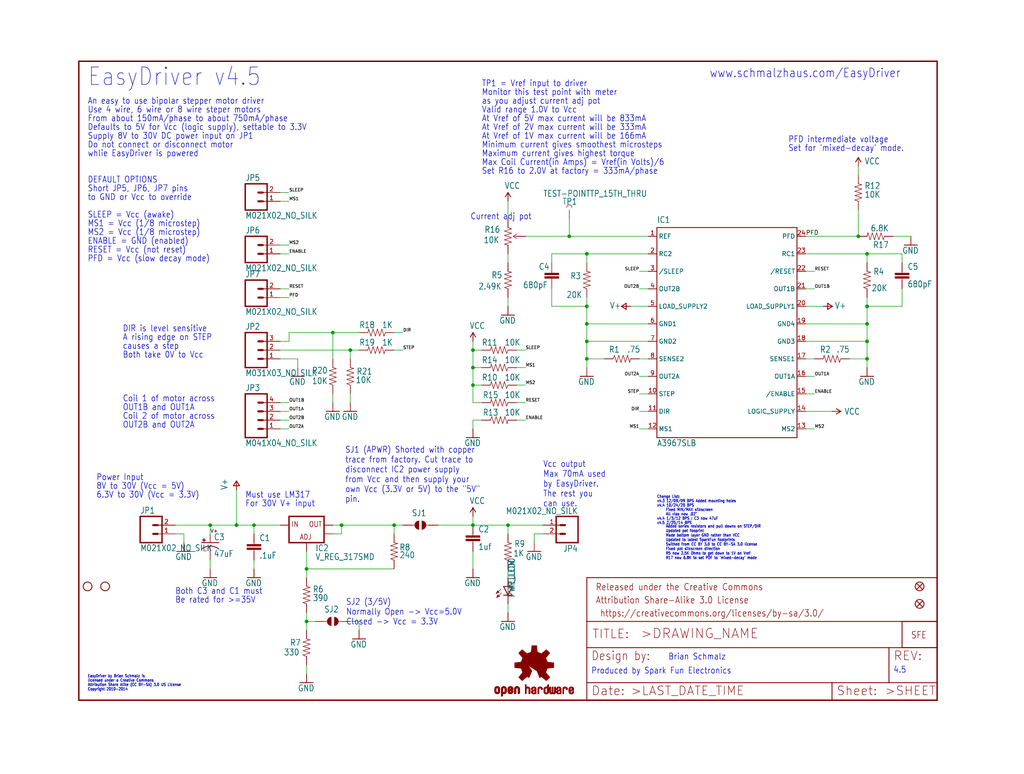
<source format=kicad_sch>
(kicad_sch (version 20211123) (generator eeschema)
  (paper "User" 297.002 224.688)
  (lib_symbols
    (symbol "eagleSchem-eagle-import:A3967SLB"
      (property "Reference" "IC" (at -10.16 24.13 0))
      (property "Value" "A3967SLB" (at -10.16 -40.64 0))
      (symbol "A3967SLB_1_0"
        (pin power_in line (at -12.7 20.32 0) (length 2.54) (name "REF") (number "1"))
        (pin power_in line (at -12.7 -25.4 0) (length 2.54) (name "STEP") (number "10"))
        (pin power_in line (at -12.7 -30.48 0) (length 2.54) (name "DIR") (number "11"))
        (pin output line (at -12.7 -35.56 0) (length 2.54) (name "MS1") (number "12"))
        (pin tri_state line (at 33.02 -35.56 180) (length 2.54) (name "MS2") (number "13"))
        (pin tri_state line (at 33.02 -30.48 180) (length 2.54) (name "LOGIC_SUPPLY") (number "14"))
        (pin tri_state line (at 33.02 -25.4 180) (length 2.54) (name "/ENABLE") (number "15"))
        (pin tri_state line (at 33.02 -20.32 180) (length 2.54) (name "OUT1A") (number "16"))
        (pin tri_state line (at 33.02 -15.24 180) (length 2.54) (name "SENSE1") (number "17"))
        (pin tri_state line (at 33.02 -10.16 180) (length 2.54) (name "GND3") (number "18"))
        (pin tri_state line (at 33.02 -5.08 180) (length 2.54) (name "GND4") (number "19"))
        (pin input line (at -12.7 15.24 0) (length 2.54) (name "RC2") (number "2"))
        (pin tri_state line (at 33.02 0 180) (length 2.54) (name "LOAD_SUPPLY1") (number "20"))
        (pin tri_state line (at 33.02 5.08 180) (length 2.54) (name "OUT1B") (number "21"))
        (pin tri_state line (at 33.02 10.16 180) (length 2.54) (name "/RESET") (number "22"))
        (pin tri_state line (at 33.02 15.24 180) (length 2.54) (name "RC1") (number "23"))
        (pin tri_state line (at 33.02 20.32 180) (length 2.54) (name "PFD") (number "24"))
        (pin passive line (at -12.7 10.16 0) (length 2.54) (name "/SLEEP") (number "3"))
        (pin passive line (at -12.7 5.08 0) (length 2.54) (name "OUT2B") (number "4"))
        (pin passive line (at -12.7 0 0) (length 2.54) (name "LOAD_SUPPLY2") (number "5"))
        (pin passive line (at -12.7 -5.08 0) (length 2.54) (name "GND1") (number "6"))
        (pin output line (at -12.7 -10.16 0) (length 2.54) (name "GND2") (number "7"))
        (pin input line (at -12.7 -15.24 0) (length 2.54) (name "SENSE2") (number "8"))
        (pin power_in line (at -12.7 -20.32 0) (length 2.54) (name "OUT2A") (number "9"))
      )
    )
    (symbol "eagleSchem-eagle-import:CAP0603-CAP"
      (property "Reference" "C" (at 1.524 2.921 0))
      (property "Value" "CAP0603-CAP" (at 1.524 -2.159 0))
      (symbol "CAP0603-CAP_1_0"
        (pin passive line (at 0 5.08 270) (length 2.54) (name "1") (number "1"))
        (pin passive line (at 0 -2.54 90) (length 2.54) (name "2") (number "2"))
      )
    )
    (symbol "eagleSchem-eagle-import:CPOL-USD"
      (property "Reference" "C" (at 1.016 0.635 0))
      (property "Value" "CPOL-USD" (at 1.016 -4.191 0))
      (symbol "CPOL-USD_1_0"
        (pin passive line (at 0 2.54 270) (length 2.54) (name "+") (number "+"))
        (pin passive line (at 0 -5.08 90) (length 2.54) (name "-") (number "-"))
      )
    )
    (symbol "eagleSchem-eagle-import:FIDUCIAL1X2")
    (symbol "eagleSchem-eagle-import:FRAME-LETTER"
      (symbol "FRAME-LETTER_2_0"
        (text " https://creativecommons.org/licenses/by-sa/3.0/" (at 2.54 24.13 0) (effects (font (size 1.9304 1.6408)) (justify left bottom)))
        (text ">DRAWING_NAME" (at 15.494 17.78 0) (effects (font (size 2.7432 2.7432)) (justify left bottom)))
        (text ">LAST_DATE_TIME" (at 12.7 1.27 0) (effects (font (size 2.54 2.54)) (justify left bottom)))
        (text ">SHEET" (at 86.36 1.27 0) (effects (font (size 2.54 2.54)) (justify left bottom)))
        (text "Attribution Share-Alike 3.0 License" (at 2.54 27.94 0) (effects (font (size 1.9304 1.6408)) (justify left bottom)))
        (text "Date:" (at 1.27 1.27 0) (effects (font (size 2.54 2.54)) (justify left bottom)))
        (text "Design by:" (at 1.27 11.43 0) (effects (font (size 2.54 2.159)) (justify left bottom)))
        (text "Released under the Creative Commons" (at 2.54 31.75 0) (effects (font (size 1.9304 1.6408)) (justify left bottom)))
        (text "REV:" (at 88.9 11.43 0) (effects (font (size 2.54 2.54)) (justify left bottom)))
        (text "Sheet:" (at 72.39 1.27 0) (effects (font (size 2.54 2.54)) (justify left bottom)))
        (text "TITLE:" (at 1.524 17.78 0) (effects (font (size 2.54 2.54)) (justify left bottom)))
      )
    )
    (symbol "eagleSchem-eagle-import:GND" (power)
      (property "Value" "GND" (at -2.54 -2.54 0))
      (symbol "GND_1_0"
        (pin power_in line (at 0 2.54 270) (length 2.54) (name "GND") (number "1"))
      )
    )
    (symbol "eagleSchem-eagle-import:LED-YELLOW0603"
      (property "Reference" "D" (at 3.556 -4.572 90))
      (property "Value" "LED-YELLOW0603" (at 5.715 -4.572 90))
      (symbol "LED-YELLOW0603_1_0"
        (pin passive line (at 0 2.54 270) (length 2.54) (name "A") (number "A"))
        (pin passive line (at 0 -5.08 90) (length 2.54) (name "C") (number "C"))
      )
    )
    (symbol "eagleSchem-eagle-import:LOGO-SFENEW"
      (symbol "LOGO-SFENEW_1_0"
        (text "SFE" (at 0 0 0) (effects (font (size 1.9304 1.6408)) (justify left bottom)))
      )
    )
    (symbol "eagleSchem-eagle-import:M021X02_NO_SILK"
      (property "Reference" "JP" (at -2.54 5.842 0))
      (property "Value" "M021X02_NO_SILK" (at -2.54 -5.08 0))
      (symbol "M021X02_NO_SILK_1_0"
        (pin passive line (at 7.62 0 180) (length 5.08) (name "1") (number "1"))
        (pin passive line (at 7.62 2.54 180) (length 5.08) (name "2") (number "2"))
      )
    )
    (symbol "eagleSchem-eagle-import:M031X03_NO_SILK"
      (property "Reference" "JP" (at -2.54 5.842 0))
      (property "Value" "M031X03_NO_SILK" (at -2.54 -7.62 0))
      (symbol "M031X03_NO_SILK_1_0"
        (pin passive line (at 7.62 -2.54 180) (length 5.08) (name "1") (number "1"))
        (pin passive line (at 7.62 0 180) (length 5.08) (name "2") (number "2"))
        (pin passive line (at 7.62 2.54 180) (length 5.08) (name "3") (number "3"))
      )
    )
    (symbol "eagleSchem-eagle-import:M041X04_NO_SILK"
      (property "Reference" "JP" (at -5.08 8.382 0))
      (property "Value" "M041X04_NO_SILK" (at -5.08 -7.62 0))
      (symbol "M041X04_NO_SILK_1_0"
        (pin passive line (at 5.08 -2.54 180) (length 5.08) (name "1") (number "1"))
        (pin passive line (at 5.08 0 180) (length 5.08) (name "2") (number "2"))
        (pin passive line (at 5.08 2.54 180) (length 5.08) (name "3") (number "3"))
        (pin passive line (at 5.08 5.08 180) (length 5.08) (name "4") (number "4"))
      )
    )
    (symbol "eagleSchem-eagle-import:OSHW-LOGOS")
    (symbol "eagleSchem-eagle-import:RESISTOR0603"
      (property "Reference" "R" (at -3.81 1.4986 0))
      (property "Value" "RESISTOR0603" (at -3.81 -3.302 0))
      (symbol "RESISTOR0603_1_0"
        (pin passive line (at -5.08 0 0) (length 2.54) (name "1") (number "1"))
        (pin passive line (at 5.08 0 180) (length 2.54) (name "2") (number "2"))
      )
    )
    (symbol "eagleSchem-eagle-import:RESISTOR0805-RES"
      (property "Reference" "R" (at -3.81 1.4986 0))
      (property "Value" "RESISTOR0805-RES" (at -3.81 -3.302 0))
      (symbol "RESISTOR0805-RES_1_0"
        (pin passive line (at -5.08 0 0) (length 2.54) (name "1") (number "1"))
        (pin passive line (at 5.08 0 180) (length 2.54) (name "2") (number "2"))
      )
    )
    (symbol "eagleSchem-eagle-import:SOLDERJUMPERNO"
      (property "Reference" "SJ" (at -2.54 2.54 0))
      (symbol "SOLDERJUMPERNO_1_0"
        (pin passive line (at -5.08 0 0) (length 2.54) (name "1") (number "1"))
        (pin passive line (at 5.08 0 180) (length 2.54) (name "2") (number "2"))
      )
    )
    (symbol "eagleSchem-eagle-import:SOLDERJUMPERTRACE"
      (property "Reference" "SJ" (at -2.54 2.54 0))
      (symbol "SOLDERJUMPERTRACE_1_0"
        (pin passive line (at -5.08 0 0) (length 2.54) (name "1") (number "1"))
        (pin passive line (at 5.08 0 180) (length 2.54) (name "2") (number "2"))
      )
    )
    (symbol "eagleSchem-eagle-import:STAND-OFF")
    (symbol "eagleSchem-eagle-import:TEST-POINTTP_15TH_THRU"
      (property "Reference" "TP" (at -2.54 2.54 0))
      (property "Value" "TEST-POINTTP_15TH_THRU" (at -2.54 -2.54 0))
      (symbol "TEST-POINTTP_15TH_THRU_1_0"
        (pin bidirectional line (at 0 0 180) (length 0) (name "1") (number "P$1"))
      )
    )
    (symbol "eagleSchem-eagle-import:TRIMPOT3MM-2"
      (property "Reference" "R" (at -11.43 1.4986 0))
      (property "Value" "TRIMPOT3MM-2" (at -3.81 -3.302 0))
      (symbol "TRIMPOT3MM-2_1_0"
        (pin passive line (at -5.08 0 0) (length 2.54) (name "CCW") (number "1"))
        (pin passive line (at 0 5.08 270) (length 2.54) (name "WIPER") (number "2"))
        (pin passive line (at 5.08 0 180) (length 2.54) (name "CW") (number "3"))
      )
    )
    (symbol "eagleSchem-eagle-import:V+" (power)
      (property "Value" "V+" (at -2.54 -2.54 90))
      (symbol "V+_1_0"
        (pin power_in line (at 0 -2.54 90) (length 2.54) (name "V+") (number "1"))
      )
    )
    (symbol "eagleSchem-eagle-import:VCC" (power)
      (property "Value" "VCC" (at -1.016 3.556 0))
      (symbol "VCC_1_0"
        (pin power_in line (at 0 0 90) (length 2.54) (name "VCC") (number "1"))
      )
    )
    (symbol "eagleSchem-eagle-import:V_REG_317SMD"
      (property "Value" "V_REG_317SMD" (at 2.54 -10.16 0))
      (symbol "V_REG_317SMD_1_0"
        (text "ADJ" (at -2.032 -4.318 0) (effects (font (size 1.524 1.2954)) (justify left bottom)))
        (text "IN" (at -4.445 -0.635 0) (effects (font (size 1.524 1.2954)) (justify left bottom)))
        (text "OUT" (at 0.635 -0.635 0) (effects (font (size 1.524 1.2954)) (justify left bottom)))
        (pin input line (at 0 -7.62 90) (length 2.54) (name "ADJ") (number "1"))
        (pin output line (at 7.62 0 180) (length 2.54) (name "OUT") (number "2"))
        (pin input line (at -7.62 0 0) (length 2.54) (name "IN") (number "3"))
        (pin output line (at 7.62 -2.54 180) (length 2.54) (name "OUT@1") (number "4"))
      )
    )
  )
  (junction (at 99.06 152.4))
  (junction (at 88.9 180.34))
  (junction (at 248.92 68.58))
  (junction (at 251.46 88.9))
  (junction (at 101.6 101.6))
  (junction (at 68.58 152.4))
  (junction (at 137.16 101.6))
  (junction (at 251.46 73.66))
  (junction (at 114.3 152.4))
  (junction (at 251.46 99.06))
  (junction (at 137.16 152.4))
  (junction (at 170.18 93.98))
  (junction (at 88.9 165.1))
  (junction (at 170.18 104.14))
  (junction (at 251.46 93.98))
  (junction (at 251.46 104.14))
  (junction (at 137.16 111.76))
  (junction (at 73.66 152.4))
  (junction (at 170.18 88.9))
  (junction (at 147.32 152.4))
  (junction (at 137.16 106.68))
  (junction (at 165.1 68.58))
  (junction (at 170.18 73.66))
  (junction (at 96.52 96.52))
  (junction (at 170.18 99.06))
  (junction (at 60.96 152.4))
  (wire (pts (xy 185.42 119.38) (xy 187.96 119.38)))
  (wire (pts (xy 60.96 162.56) (xy 60.96 165.1)))
  (wire (pts (xy 104.14 180.34) (xy 104.14 182.88)))
  (wire (pts (xy 147.32 63.5) (xy 147.32 58.42)))
  (wire (pts (xy 68.58 152.4) (xy 68.58 142.24)))
  (wire (pts (xy 114.3 96.52) (xy 116.84 96.52)))
  (wire (pts (xy 114.3 152.4) (xy 114.3 154.94)))
  (wire (pts (xy 83.82 96.52) (xy 96.52 96.52)))
  (wire (pts (xy 154.94 157.48) (xy 154.94 154.94)))
  (wire (pts (xy 170.18 88.9) (xy 170.18 93.98)))
  (wire (pts (xy 187.96 104.14) (xy 185.42 104.14)))
  (wire (pts (xy 261.62 88.9) (xy 261.62 83.82)))
  (wire (pts (xy 88.9 193.04) (xy 88.9 195.58)))
  (wire (pts (xy 96.52 114.3) (xy 96.52 116.84)))
  (wire (pts (xy 160.02 88.9) (xy 170.18 88.9)))
  (wire (pts (xy 236.22 83.82) (xy 233.68 83.82)))
  (wire (pts (xy 251.46 73.66) (xy 233.68 73.66)))
  (wire (pts (xy 147.32 175.26) (xy 147.32 177.8)))
  (wire (pts (xy 251.46 93.98) (xy 251.46 99.06)))
  (wire (pts (xy 187.96 88.9) (xy 182.88 88.9)))
  (wire (pts (xy 152.4 68.58) (xy 165.1 68.58)))
  (wire (pts (xy 165.1 68.58) (xy 165.1 63.5)))
  (wire (pts (xy 137.16 116.84) (xy 137.16 111.76)))
  (wire (pts (xy 233.68 93.98) (xy 251.46 93.98)))
  (wire (pts (xy 99.06 154.94) (xy 99.06 152.4)))
  (wire (pts (xy 88.9 182.88) (xy 88.9 180.34)))
  (wire (pts (xy 137.16 101.6) (xy 137.16 99.06)))
  (wire (pts (xy 81.28 99.06) (xy 83.82 99.06)))
  (wire (pts (xy 233.68 99.06) (xy 251.46 99.06)))
  (wire (pts (xy 88.9 180.34) (xy 88.9 177.8)))
  (wire (pts (xy 137.16 111.76) (xy 137.16 106.68)))
  (wire (pts (xy 251.46 104.14) (xy 251.46 106.68)))
  (wire (pts (xy 154.94 154.94) (xy 157.48 154.94)))
  (wire (pts (xy 60.96 154.94) (xy 60.96 152.4)))
  (wire (pts (xy 83.82 121.92) (xy 81.28 121.92)))
  (wire (pts (xy 81.28 101.6) (xy 101.6 101.6)))
  (wire (pts (xy 139.7 121.92) (xy 137.16 121.92)))
  (wire (pts (xy 251.46 99.06) (xy 251.46 104.14)))
  (wire (pts (xy 233.68 119.38) (xy 241.3 119.38)))
  (wire (pts (xy 170.18 99.06) (xy 170.18 104.14)))
  (wire (pts (xy 137.16 106.68) (xy 137.16 101.6)))
  (wire (pts (xy 187.96 109.22) (xy 185.42 109.22)))
  (wire (pts (xy 73.66 152.4) (xy 81.28 152.4)))
  (wire (pts (xy 187.96 99.06) (xy 170.18 99.06)))
  (wire (pts (xy 101.6 104.14) (xy 101.6 101.6)))
  (wire (pts (xy 114.3 165.1) (xy 88.9 165.1)))
  (wire (pts (xy 185.42 124.46) (xy 187.96 124.46)))
  (wire (pts (xy 137.16 160.02) (xy 137.16 165.1)))
  (wire (pts (xy 81.28 83.82) (xy 83.82 83.82)))
  (wire (pts (xy 96.52 152.4) (xy 99.06 152.4)))
  (wire (pts (xy 187.96 114.3) (xy 185.42 114.3)))
  (wire (pts (xy 157.48 152.4) (xy 147.32 152.4)))
  (wire (pts (xy 233.68 124.46) (xy 236.22 124.46)))
  (wire (pts (xy 81.28 55.88) (xy 83.82 55.88)))
  (wire (pts (xy 175.26 104.14) (xy 170.18 104.14)))
  (wire (pts (xy 60.96 152.4) (xy 68.58 152.4)))
  (wire (pts (xy 233.68 114.3) (xy 236.22 114.3)))
  (wire (pts (xy 50.8 154.94) (xy 53.34 154.94)))
  (wire (pts (xy 139.7 116.84) (xy 137.16 116.84)))
  (wire (pts (xy 96.52 104.14) (xy 96.52 96.52)))
  (wire (pts (xy 152.4 121.92) (xy 149.86 121.92)))
  (wire (pts (xy 68.58 152.4) (xy 73.66 152.4)))
  (wire (pts (xy 236.22 78.74) (xy 233.68 78.74)))
  (wire (pts (xy 81.28 104.14) (xy 86.36 104.14)))
  (wire (pts (xy 187.96 73.66) (xy 170.18 73.66)))
  (wire (pts (xy 88.9 165.1) (xy 88.9 167.64)))
  (wire (pts (xy 83.82 99.06) (xy 83.82 96.52)))
  (wire (pts (xy 233.68 104.14) (xy 236.22 104.14)))
  (wire (pts (xy 160.02 73.66) (xy 160.02 76.2)))
  (wire (pts (xy 86.36 104.14) (xy 86.36 106.68)))
  (wire (pts (xy 261.62 73.66) (xy 251.46 73.66)))
  (wire (pts (xy 261.62 76.2) (xy 261.62 73.66)))
  (wire (pts (xy 101.6 114.3) (xy 101.6 116.84)))
  (wire (pts (xy 147.32 152.4) (xy 147.32 154.94)))
  (wire (pts (xy 81.28 73.66) (xy 83.82 73.66)))
  (wire (pts (xy 73.66 165.1) (xy 73.66 162.56)))
  (wire (pts (xy 147.32 76.2) (xy 147.32 73.66)))
  (wire (pts (xy 101.6 101.6) (xy 104.14 101.6)))
  (wire (pts (xy 248.92 50.8) (xy 248.92 48.26)))
  (wire (pts (xy 185.42 78.74) (xy 187.96 78.74)))
  (wire (pts (xy 170.18 76.2) (xy 170.18 73.66)))
  (wire (pts (xy 251.46 76.2) (xy 251.46 73.66)))
  (wire (pts (xy 88.9 160.02) (xy 88.9 165.1)))
  (wire (pts (xy 233.68 88.9) (xy 238.76 88.9)))
  (wire (pts (xy 147.32 152.4) (xy 137.16 152.4)))
  (wire (pts (xy 170.18 73.66) (xy 160.02 73.66)))
  (wire (pts (xy 149.86 106.68) (xy 152.4 106.68)))
  (wire (pts (xy 139.7 111.76) (xy 137.16 111.76)))
  (wire (pts (xy 152.4 111.76) (xy 149.86 111.76)))
  (wire (pts (xy 137.16 121.92) (xy 137.16 124.46)))
  (wire (pts (xy 165.1 68.58) (xy 187.96 68.58)))
  (wire (pts (xy 83.82 124.46) (xy 81.28 124.46)))
  (wire (pts (xy 81.28 71.12) (xy 83.82 71.12)))
  (wire (pts (xy 160.02 83.82) (xy 160.02 88.9)))
  (wire (pts (xy 91.44 180.34) (xy 88.9 180.34)))
  (wire (pts (xy 127 152.4) (xy 137.16 152.4)))
  (wire (pts (xy 170.18 104.14) (xy 170.18 106.68)))
  (wire (pts (xy 251.46 88.9) (xy 251.46 93.98)))
  (wire (pts (xy 187.96 83.82) (xy 185.42 83.82)))
  (wire (pts (xy 251.46 88.9) (xy 261.62 88.9)))
  (wire (pts (xy 81.28 58.42) (xy 83.82 58.42)))
  (wire (pts (xy 50.8 152.4) (xy 60.96 152.4)))
  (wire (pts (xy 170.18 88.9) (xy 170.18 86.36)))
  (wire (pts (xy 149.86 101.6) (xy 152.4 101.6)))
  (wire (pts (xy 139.7 101.6) (xy 137.16 101.6)))
  (wire (pts (xy 246.38 104.14) (xy 251.46 104.14)))
  (wire (pts (xy 187.96 93.98) (xy 170.18 93.98)))
  (wire (pts (xy 96.52 96.52) (xy 104.14 96.52)))
  (wire (pts (xy 233.68 109.22) (xy 236.22 109.22)))
  (wire (pts (xy 147.32 88.9) (xy 147.32 86.36)))
  (wire (pts (xy 248.92 60.96) (xy 248.92 68.58)))
  (wire (pts (xy 73.66 154.94) (xy 73.66 152.4)))
  (wire (pts (xy 137.16 149.86) (xy 137.16 152.4)))
  (wire (pts (xy 81.28 86.36) (xy 83.82 86.36)))
  (wire (pts (xy 248.92 68.58) (xy 233.68 68.58)))
  (wire (pts (xy 99.06 152.4) (xy 114.3 152.4)))
  (wire (pts (xy 251.46 86.36) (xy 251.46 88.9)))
  (wire (pts (xy 170.18 93.98) (xy 170.18 99.06)))
  (wire (pts (xy 114.3 101.6) (xy 116.84 101.6)))
  (wire (pts (xy 101.6 180.34) (xy 104.14 180.34)))
  (wire (pts (xy 259.08 68.58) (xy 264.16 68.58)))
  (wire (pts (xy 114.3 152.4) (xy 116.84 152.4)))
  (wire (pts (xy 149.86 116.84) (xy 152.4 116.84)))
  (wire (pts (xy 147.32 165.1) (xy 147.32 167.64)))
  (wire (pts (xy 83.82 119.38) (xy 81.28 119.38)))
  (wire (pts (xy 53.34 154.94) (xy 53.34 157.48)))
  (wire (pts (xy 137.16 106.68) (xy 139.7 106.68)))
  (wire (pts (xy 83.82 116.84) (xy 81.28 116.84)))
  (wire (pts (xy 96.52 154.94) (xy 99.06 154.94)))
  (text "Must use LM317" (at 71.12 144.78 180) (effects (font (size 1.778 1.5113)) (justify left bottom)))
  (text "6.3V to 30V (Vcc = 3.3V)" (at 27.94 144.78 180) (effects (font (size 1.778 1.5113)) (justify left bottom)))
  (text "Coil 1 of motor across" (at 35.56 116.84 180) (effects (font (size 1.778 1.5113)) (justify left bottom)))
  (text "Short JP5, JP6, JP7 pins" (at 25.4 55.88 180) (effects (font (size 1.778 1.5113)) (justify left bottom)))
  (text "EasyDriver by Brian Schmalz is" (at 25.4 196.85 180) (effects (font (size 0.8128 0.6908)) (justify left bottom)))
  (text "v4.3 12/09/09 BPS Added mounting holes" (at 190.5 146.05 180) (effects (font (size 0.8128 0.6908)) (justify left bottom)))
  (text "EasyDriver v4.5" (at 25.4 25.4 180) (effects (font (size 5.08 4.318)) (justify left bottom)))
  (text "TP1 = Vref input to driver" (at 139.7 25.4 180) (effects (font (size 1.778 1.5113)) (justify left bottom)))
  (text "Set for 'mixed-decay' mode." (at 228.6 44.196 180) (effects (font (size 1.778 1.5113)) (justify left bottom)))
  (text "PFD = Vcc (slow decay mode)" (at 25.4 76.2 180) (effects (font (size 1.778 1.5113)) (justify left bottom)))
  (text "Coil 2 of motor across" (at 35.56 121.92 180) (effects (font (size 1.778 1.5113)) (justify left bottom)))
  (text "v4.4 10/24/20 BPS" (at 190.5 147.32 180) (effects (font (size 0.8128 0.6908)) (justify left bottom)))
  (text "Supply 8V to 30V DC power input on JP1" (at 25.4 40.64 180) (effects (font (size 1.778 1.5113)) (justify left bottom)))
  (text "Monitor this test point with meter" (at 139.7 27.94 180) (effects (font (size 1.778 1.5113)) (justify left bottom)))
  (text "Produced by Spark Fun Electronics" (at 171.45 195.834 180) (effects (font (size 1.778 1.5113)) (justify left bottom)))
  (text "as you adjust current adj pot" (at 139.7 30.48 180) (effects (font (size 1.778 1.5113)) (justify left bottom)))
  (text "Fixed MIN/MAX silkscreen" (at 193.04 148.59 180) (effects (font (size 0.8128 0.6908)) (justify left bottom)))
  (text "Valid range 1.0V to Vcc" (at 139.7 33.02 180) (effects (font (size 1.778 1.5113)) (justify left bottom)))
  (text "DEFAULT OPTIONS" (at 25.4 53.34 180) (effects (font (size 1.778 1.5113)) (justify left bottom)))
  (text "Minimum current gives smoothest microsteps" (at 139.7 43.18 180) (effects (font (size 1.778 1.5113)) (justify left bottom)))
  (text "Power Input" (at 27.94 139.7 180) (effects (font (size 1.778 1.5113)) (justify left bottom)))
  (text "Do not connect or disconnect motor" (at 25.4 43.18 180) (effects (font (size 1.778 1.5113)) (justify left bottom)))
  (text "Set R16 to 2.0V at factory = 333mA/phase" (at 139.7 50.8 180) (effects (font (size 1.778 1.5113)) (justify left bottom)))
  (text "SLEEP = Vcc (awake)" (at 25.4 63.5 180) (effects (font (size 1.778 1.5113)) (justify left bottom)))
  (text "Use 4 wire, 6 wire or 8 wire steper motors" (at 25.4 33.02 180) (effects (font (size 1.778 1.5113)) (justify left bottom)))
  (text "OUT1B and OUT1A" (at 35.56 119.38 180) (effects (font (size 1.778 1.5113)) (justify left bottom)))
  (text "Copyright 2010-2014" (at 25.4 200.66 180) (effects (font (size 0.8128 0.6908)) (justify left bottom)))
  (text "DIR is level sensitive" (at 35.56 96.52 180) (effects (font (size 1.778 1.5113)) (justify left bottom)))
  (text "OUT2B and OUT2A" (at 35.56 124.46 180) (effects (font (size 1.778 1.5113)) (justify left bottom)))
  (text "RESET = Vcc (not reset)" (at 25.4 73.66 180) (effects (font (size 1.778 1.5113)) (justify left bottom)))
  (text "All vias now .02\"" (at 193.04 149.86 180) (effects (font (size 0.8128 0.6908)) (justify left bottom)))
  (text "8V to 30V (Vcc = 5V)" (at 27.94 142.24 180) (effects (font (size 1.778 1.5113)) (justify left bottom)))
  (text "causes a step" (at 35.56 101.6 180) (effects (font (size 1.778 1.5113)) (justify left bottom)))
  (text "Both take 0V to Vcc" (at 35.56 104.14 180) (effects (font (size 1.778 1.5113)) (justify left bottom)))
  (text "Vcc output\nMax 70mA used\nby EasyDriver.\nThe rest you\ncan use." (at 157.48 147.32 0) (effects (font (size 1.778 1.5113)) (justify left bottom)))
  (text "v4.4 1/3/12 BPS : C3 now 47uF" (at 190.5 151.13 180) (effects (font (size 0.8128 0.6908)) (justify left bottom)))
  (text "Added series resistors and pull downs on STEP/DIR\nUpdated pot fooprint\nMade bottom layer GND rather than VCC\nUpdated to latest SparkFun footprints\nSwithed from CC BY 3.0 to CC BY-SA 3.0 license\nFixed pot silkscreen direction\nR5 now 2.5K Ohms to get down to 1V on Vref\nR17 now 6.8K to set PDF to 'mixed-decay' mode" (at 193.04 162.56 0) (effects (font (size 0.8128 0.6908)) (justify left bottom)))
  (text "Be rated for >=35V" (at 50.8 175.26 180) (effects (font (size 1.778 1.5113)) (justify left bottom)))
  (text "MS1 = Vcc (1/8 microstep)" (at 25.4 66.04 180) (effects (font (size 1.778 1.5113)) (justify left bottom)))
  (text "Change List:" (at 190.5 144.78 180) (effects (font (size 0.8128 0.6908)) (justify left bottom)))
  (text "An easy to use bipolar stepper motor driver" (at 25.4 30.48 180) (effects (font (size 1.778 1.5113)) (justify left bottom)))
  (text "4.5" (at 259.08 195.58 180) (effects (font (size 1.778 1.5113)) (justify left bottom)))
  (text "For 30V V+ input" (at 71.12 147.32 180) (effects (font (size 1.778 1.5113)) (justify left bottom)))
  (text "whlie EasyDriver is powered" (at 25.4 45.72 180) (effects (font (size 1.778 1.5113)) (justify left bottom)))
  (text "At Vref of 1V max current will be 166mA" (at 139.7 40.64 180) (effects (font (size 1.778 1.5113)) (justify left bottom)))
  (text "SJ1 (APWR) Shorted with copper\ntrace from factory. Cut trace to\ndisconnect IC2 power supply\nfrom Vcc and then supply your\nown Vcc (3.3V or 5V) to the \"5V\"\npin." (at 100.076 146.05 0) (effects (font (size 1.778 1.5113)) (justify left bottom)))
  (text "Max Coil Current(in Amps) = Vref(in Volts)/6" (at 139.7 48.26 180) (effects (font (size 1.778 1.5113)) (justify left bottom)))
  (text "At Vref of 2V max current will be 333mA" (at 139.7 38.1 180) (effects (font (size 1.778 1.5113)) (justify left bottom)))
  (text "Maximum current gives highest torque" (at 139.7 45.72 180) (effects (font (size 1.778 1.5113)) (justify left bottom)))
  (text "SJ2 (3/5V)\nNormally Open -> Vcc=5.0V\nClosed -> Vcc = 3.3V" (at 100.33 181.61 0) (effects (font (size 1.778 1.5113)) (justify left bottom)))
  (text "Attribution Share Alike (CC BY-SA) 3.0 US License" (at 25.4 199.39 180) (effects (font (size 0.8128 0.6908)) (justify left bottom)))
  (text "MS2 = Vcc (1/8 microstep)" (at 25.4 68.58 180) (effects (font (size 1.778 1.5113)) (justify left bottom)))
  (text "Both C3 and C1 must" (at 50.8 172.72 180) (effects (font (size 1.778 1.5113)) (justify left bottom)))
  (text "From about 150mA/phase to about 750mA/phase" (at 25.4 35.56 180) (effects (font (size 1.778 1.5113)) (justify left bottom)))
  (text "ENABLE = GND (enabled)" (at 25.4 71.12 180) (effects (font (size 1.778 1.5113)) (justify left bottom)))
  (text "A rising edge on STEP" (at 35.56 99.06 180) (effects (font (size 1.778 1.5113)) (justify left bottom)))
  (text "Current adj pot" (at 136.398 64.008 180) (effects (font (size 1.778 1.5113)) (justify left bottom)))
  (text "www.schmalzhaus.com/EasyDriver" (at 205.74 22.86 180) (effects (font (size 2.54 2.159)) (justify left bottom)))
  (text "PFD intermediate voltage" (at 228.6 41.656 180) (effects (font (size 1.778 1.5113)) (justify left bottom)))
  (text "Brian Schmalz" (at 193.802 191.77 180) (effects (font (size 1.778 1.5113)) (justify left bottom)))
  (text "to GND or Vcc to override" (at 25.4 58.42 180) (effects (font (size 1.778 1.5113)) (justify left bottom)))
  (text "Defaults to 5V for Vcc (logic supply), settable to 3.3V" (at 25.4 38.1 0) (effects (font (size 1.778 1.5113)) (justify left bottom)))
  (text "licensed under a Creative Commons" (at 25.4 198.12 180) (effects (font (size 0.8128 0.6908)) (justify left bottom)))
  (text "v4.5 2/25/14 BPS" (at 190.5 152.4 180) (effects (font (size 0.8128 0.6908)) (justify left bottom)))
  (text "At Vref of 5V max current will be 833mA" (at 139.7 35.56 180) (effects (font (size 1.778 1.5113)) (justify left bottom)))
  (label "RESET" (at 236.22 78.74 0) (effects (font (size 0.889 0.889))))
  (label "MS1" (at 185.42 124.46 180) (effects (font (size 0.889 0.889))))
  (label "OUT1A" (at 83.82 119.38 0) (effects (font (size 0.889 0.889))))
  (label "OUT1B" (at 83.82 116.84 0) (effects (font (size 0.889 0.889))))
  (label "STEP" (at 185.42 114.3 180) (effects (font (size 0.889 0.889))))
  (label "ENABLE" (at 236.22 114.3 0) (effects (font (size 0.889 0.889))))
  (label "OUT2B" (at 185.42 83.82 180) (effects (font (size 0.889 0.889))))
  (label "SLEEP" (at 185.42 78.74 180) (effects (font (size 0.889 0.889))))
  (label "DIR" (at 116.84 96.52 0) (effects (font (size 0.889 0.889))))
  (label "RESET" (at 152.4 116.84 0) (effects (font (size 0.889 0.889))))
  (label "OUT2B" (at 83.82 121.92 0) (effects (font (size 0.889 0.889))))
  (label "V+" (at 60.96 154.94 0) (effects (font (size 1.016 1.016))))
  (label "ENABLE" (at 83.82 73.66 0) (effects (font (size 0.889 0.889))))
  (label "OUT2A" (at 185.42 109.22 180) (effects (font (size 0.889 0.889))))
  (label "MS2" (at 236.22 124.46 0) (effects (font (size 0.889 0.889))))
  (label "ENABLE" (at 152.4 121.92 0) (effects (font (size 0.889 0.889))))
  (label "SLEEP" (at 83.82 55.88 0) (effects (font (size 0.889 0.889))))
  (label "PFD" (at 233.68 68.58 0) (effects (font (size 1.2446 1.2446))))
  (label "PFD" (at 83.82 86.36 0) (effects (font (size 0.889 0.889))))
  (label "MS2" (at 152.4 111.76 0) (effects (font (size 0.889 0.889))))
  (label "OUT1B" (at 236.22 83.82 0) (effects (font (size 0.889 0.889))))
  (label "OUT1A" (at 236.22 109.22 0) (effects (font (size 0.889 0.889))))
  (label "MS1" (at 152.4 106.68 0) (effects (font (size 0.889 0.889))))
  (label "SLEEP" (at 152.4 101.6 0) (effects (font (size 0.889 0.889))))
  (label "RESET" (at 83.82 83.82 0) (effects (font (size 0.889 0.889))))
  (label "STEP" (at 116.84 101.6 0) (effects (font (size 0.889 0.889))))
  (label "MS2" (at 83.82 71.12 0) (effects (font (size 0.889 0.889))))
  (label "DIR" (at 185.42 119.38 180) (effects (font (size 0.889 0.889))))
  (label "OUT2A" (at 83.82 124.46 0) (effects (font (size 0.889 0.889))))
  (label "MS1" (at 83.82 58.42 0) (effects (font (size 0.889 0.889))))
  (symbol (lib_id "eagleSchem-eagle-import:M031X03_NO_SILK") (at 73.66 101.6 0) (unit 1)
    (property "Reference" "JP2" (at 71.12 95.758 0) (effects (font (size 1.778 1.5113)) (justify left bottom)))
    (property "Value" "M031X03_NO_SILK" (at 71.12 109.22 0) (effects (font (size 1.778 1.5113)) (justify left bottom)))
    (property "Footprint" "eagleSchem:1X03_NO_SILK" (effects hide))
  )
  (symbol (lib_id "eagleSchem-eagle-import:TRIMPOT3MM-2") (at 147.32 68.58 270) (unit 1)
    (property "Reference" "R16" (at 140.462 67.5894 90) (effects (font (size 1.778 1.5113)) (justify left bottom)))
    (property "Value" "10K" (at 140.208 70.612 90) (effects (font (size 1.778 1.5113)) (justify left bottom)))
    (property "Footprint" "eagleSchem:TRIMPOT-3MM-2" (effects hide))
  )
  (symbol (lib_id "eagleSchem-eagle-import:RESISTOR0603") (at 109.22 101.6 180) (unit 1)
    (property "Reference" "R19" (at 104.14 100.3554 0) (effects (font (size 1.778 1.5113)) (justify right top)))
    (property "Value" "1K" (at 110.744 100.33 0) (effects (font (size 1.778 1.5113)) (justify right top)))
    (property "Footprint" "eagleSchem:0603-RES" (effects hide))
  )
  (symbol (lib_id "eagleSchem-eagle-import:GND") (at 137.16 167.64 0) (unit 1)
    (property "Reference" "#GND11" (effects hide))
    (property "Value" "GND" (at 134.62 170.18 0) (effects (font (size 1.778 1.5113)) (justify left bottom)))
    (property "Footprint" "eagleSchem:" (effects hide))
  )
  (symbol (lib_id "eagleSchem-eagle-import:GND") (at 73.66 167.64 0) (unit 1)
    (property "Reference" "#GND9" (effects hide))
    (property "Value" "GND" (at 71.12 170.18 0) (effects (font (size 1.778 1.5113)) (justify left bottom)))
    (property "Footprint" "eagleSchem:" (effects hide))
  )
  (symbol (lib_id "eagleSchem-eagle-import:RESISTOR0603") (at 251.46 81.28 90) (unit 1)
    (property "Reference" "R4" (at 253.238 79.7814 90) (effects (font (size 1.778 1.5113)) (justify right top)))
    (property "Value" "20K" (at 252.73 84.582 90) (effects (font (size 1.778 1.5113)) (justify right top)))
    (property "Footprint" "eagleSchem:0603-RES" (effects hide))
  )
  (symbol (lib_id "eagleSchem-eagle-import:GND") (at 147.32 180.34 0) (unit 1)
    (property "Reference" "#GND12" (effects hide))
    (property "Value" "GND" (at 144.78 182.88 0) (effects (font (size 1.778 1.5113)) (justify left bottom)))
    (property "Footprint" "eagleSchem:" (effects hide))
  )
  (symbol (lib_id "eagleSchem-eagle-import:RESISTOR0603") (at 147.32 160.02 90) (unit 1)
    (property "Reference" "R9" (at 149.098 158.7754 90) (effects (font (size 1.778 1.5113)) (justify right top)))
    (property "Value" "1K" (at 148.844 161.544 90) (effects (font (size 1.778 1.5113)) (justify right top)))
    (property "Footprint" "eagleSchem:0603-RES" (effects hide))
  )
  (symbol (lib_id "eagleSchem-eagle-import:GND") (at 251.46 109.22 0) (unit 1)
    (property "Reference" "#GND3" (effects hide))
    (property "Value" "GND" (at 248.92 111.76 0) (effects (font (size 1.778 1.5113)) (justify left bottom)))
    (property "Footprint" "eagleSchem:" (effects hide))
  )
  (symbol (lib_id "eagleSchem-eagle-import:GND") (at 60.96 167.64 0) (unit 1)
    (property "Reference" "#GND5" (effects hide))
    (property "Value" "GND" (at 58.42 170.18 0) (effects (font (size 1.778 1.5113)) (justify left bottom)))
    (property "Footprint" "eagleSchem:" (effects hide))
  )
  (symbol (lib_id "eagleSchem-eagle-import:RESISTOR0603") (at 144.78 121.92 0) (unit 1)
    (property "Reference" "R13" (at 139.954 120.6754 0) (effects (font (size 1.778 1.5113)) (justify left bottom)))
    (property "Value" "10K" (at 146.304 120.65 0) (effects (font (size 1.778 1.5113)) (justify left bottom)))
    (property "Footprint" "eagleSchem:0603-RES" (effects hide))
  )
  (symbol (lib_id "eagleSchem-eagle-import:STAND-OFF") (at 30.48 170.18 0) (unit 1)
    (property "Reference" "JP9" (effects hide))
    (property "Value" "STAND-OFF" (effects hide))
    (property "Footprint" "eagleSchem:STAND-OFF" (effects hide))
  )
  (symbol (lib_id "eagleSchem-eagle-import:V_REG_317SMD") (at 88.9 152.4 0) (unit 1)
    (property "Reference" "IC2" (at 91.44 160.02 0) (effects (font (size 1.778 1.5113)) (justify left bottom)))
    (property "Value" "V_REG_317SMD" (at 91.44 162.56 0) (effects (font (size 1.778 1.5113)) (justify left bottom)))
    (property "Footprint" "eagleSchem:SOT223" (effects hide))
  )
  (symbol (lib_id "eagleSchem-eagle-import:GND") (at 147.32 91.44 0) (unit 1)
    (property "Reference" "#GND1" (effects hide))
    (property "Value" "GND" (at 144.78 93.98 0) (effects (font (size 1.778 1.5113)) (justify left bottom)))
    (property "Footprint" "eagleSchem:" (effects hide))
  )
  (symbol (lib_id "eagleSchem-eagle-import:RESISTOR0805-RES") (at 241.3 104.14 180) (unit 1)
    (property "Reference" "R2" (at 237.744 102.3874 0) (effects (font (size 1.778 1.5113)) (justify right top)))
    (property "Value" ".75" (at 242.57 102.362 0) (effects (font (size 1.778 1.5113)) (justify right top)))
    (property "Footprint" "eagleSchem:0805" (effects hide))
  )
  (symbol (lib_id "eagleSchem-eagle-import:M021X02_NO_SILK") (at 73.66 58.42 0) (unit 1)
    (property "Reference" "JP5" (at 71.12 52.578 0) (effects (font (size 1.778 1.5113)) (justify left bottom)))
    (property "Value" "M021X02_NO_SILK" (at 71.12 63.5 0) (effects (font (size 1.778 1.5113)) (justify left bottom)))
    (property "Footprint" "eagleSchem:1X02_NO_SILK" (effects hide))
  )
  (symbol (lib_id "eagleSchem-eagle-import:GND") (at 53.34 160.02 0) (unit 1)
    (property "Reference" "#GND4" (effects hide))
    (property "Value" "GND" (at 50.8 162.56 0) (effects (font (size 1.778 1.5113)) (justify left bottom)))
    (property "Footprint" "eagleSchem:" (effects hide))
  )
  (symbol (lib_id "eagleSchem-eagle-import:V+") (at 241.3 88.9 270) (unit 1)
    (property "Reference" "#P+11" (effects hide))
    (property "Value" "V+" (at 242.062 89.662 90) (effects (font (size 1.778 1.5113)) (justify left bottom)))
    (property "Footprint" "eagleSchem:" (effects hide))
  )
  (symbol (lib_id "eagleSchem-eagle-import:M021X02_NO_SILK") (at 165.1 152.4 180) (unit 1)
    (property "Reference" "JP4" (at 167.64 158.242 0) (effects (font (size 1.778 1.5113)) (justify left bottom)))
    (property "Value" "M021X02_NO_SILK" (at 167.64 147.32 0) (effects (font (size 1.778 1.5113)) (justify left bottom)))
    (property "Footprint" "eagleSchem:1X02_NO_SILK" (effects hide))
  )
  (symbol (lib_id "eagleSchem-eagle-import:M041X04_NO_SILK") (at 76.2 121.92 0) (unit 1)
    (property "Reference" "JP3" (at 71.12 113.538 0) (effects (font (size 1.778 1.5113)) (justify left bottom)))
    (property "Value" "M041X04_NO_SILK" (at 71.12 129.54 0) (effects (font (size 1.778 1.5113)) (justify left bottom)))
    (property "Footprint" "eagleSchem:1X04_NO_SILK" (effects hide))
  )
  (symbol (lib_id "eagleSchem-eagle-import:CAP0603-CAP") (at 73.66 160.02 0) (unit 1)
    (property "Reference" "C1" (at 75.184 157.099 0) (effects (font (size 1.778 1.5113)) (justify left bottom)))
    (property "Value" ".1uF" (at 75.184 162.179 0) (effects (font (size 1.778 1.5113)) (justify left bottom)))
    (property "Footprint" "eagleSchem:0603-CAP" (effects hide))
  )
  (symbol (lib_id "eagleSchem-eagle-import:LED-YELLOW0603") (at 147.32 170.18 0) (unit 1)
    (property "Reference" "PWR_LED0" (at 149.352 173.482 90) (effects (font (size 1.778 1.5113)) (justify left bottom)))
    (property "Value" "YELLOW" (at 149.352 171.069 90) (effects (font (size 1.778 1.5113)) (justify left bottom)))
    (property "Footprint" "eagleSchem:LED-0603" (effects hide))
  )
  (symbol (lib_id "eagleSchem-eagle-import:RESISTOR0603") (at 144.78 116.84 180) (unit 1)
    (property "Reference" "R15" (at 139.954 115.5954 0) (effects (font (size 1.778 1.5113)) (justify right top)))
    (property "Value" "10K" (at 146.304 115.57 0) (effects (font (size 1.778 1.5113)) (justify right top)))
    (property "Footprint" "eagleSchem:0603-RES" (effects hide))
  )
  (symbol (lib_id "eagleSchem-eagle-import:VCC") (at 248.92 48.26 0) (unit 1)
    (property "Reference" "#SUPPLY3" (effects hide))
    (property "Value" "VCC" (at 250.698 47.752 0) (effects (font (size 1.778 1.5113)) (justify left bottom)))
    (property "Footprint" "eagleSchem:" (effects hide))
  )
  (symbol (lib_id "eagleSchem-eagle-import:RESISTOR0603") (at 144.78 111.76 180) (unit 1)
    (property "Reference" "R10" (at 139.7 110.5154 0) (effects (font (size 1.778 1.5113)) (justify right top)))
    (property "Value" "10K" (at 146.304 110.49 0) (effects (font (size 1.778 1.5113)) (justify right top)))
    (property "Footprint" "eagleSchem:0603-RES" (effects hide))
  )
  (symbol (lib_id "eagleSchem-eagle-import:GND") (at 88.9 198.12 0) (unit 1)
    (property "Reference" "#GND15" (effects hide))
    (property "Value" "GND" (at 86.36 200.66 0) (effects (font (size 1.778 1.5113)) (justify left bottom)))
    (property "Footprint" "eagleSchem:" (effects hide))
  )
  (symbol (lib_id "eagleSchem-eagle-import:FIDUCIAL1X2") (at 266.7 175.26 0) (unit 1)
    (property "Reference" "FID2" (effects hide))
    (property "Value" "FIDUCIAL1X2" (effects hide))
    (property "Footprint" "eagleSchem:FIDUCIAL-1X2" (effects hide))
  )
  (symbol (lib_id "eagleSchem-eagle-import:M021X02_NO_SILK") (at 73.66 86.36 0) (unit 1)
    (property "Reference" "JP7" (at 71.12 80.518 0) (effects (font (size 1.778 1.5113)) (justify left bottom)))
    (property "Value" "M021X02_NO_SILK" (at 71.12 91.44 0) (effects (font (size 1.778 1.5113)) (justify left bottom)))
    (property "Footprint" "eagleSchem:1X02_NO_SILK" (effects hide))
  )
  (symbol (lib_id "eagleSchem-eagle-import:RESISTOR0603") (at 114.3 160.02 90) (unit 1)
    (property "Reference" "R8" (at 115.824 159.7914 90) (effects (font (size 1.778 1.5113)) (justify right top)))
    (property "Value" "240" (at 115.824 162.052 90) (effects (font (size 1.778 1.5113)) (justify right top)))
    (property "Footprint" "eagleSchem:0603-RES" (effects hide))
  )
  (symbol (lib_id "eagleSchem-eagle-import:RESISTOR0603") (at 109.22 96.52 180) (unit 1)
    (property "Reference" "R18" (at 104.14 95.2754 0) (effects (font (size 1.778 1.5113)) (justify right top)))
    (property "Value" "1K" (at 110.744 95.25 0) (effects (font (size 1.778 1.5113)) (justify right top)))
    (property "Footprint" "eagleSchem:0603-RES" (effects hide))
  )
  (symbol (lib_id "eagleSchem-eagle-import:GND") (at 96.52 119.38 0) (unit 1)
    (property "Reference" "#GND8" (effects hide))
    (property "Value" "GND" (at 93.98 121.92 0) (effects (font (size 1.778 1.5113)) (justify left bottom)))
    (property "Footprint" "eagleSchem:" (effects hide))
  )
  (symbol (lib_id "eagleSchem-eagle-import:RESISTOR0603") (at 88.9 187.96 90) (unit 1)
    (property "Reference" "R7" (at 84.074 187.4774 90) (effects (font (size 1.778 1.5113)) (justify right top)))
    (property "Value" "330" (at 82.296 190.246 90) (effects (font (size 1.778 1.5113)) (justify right top)))
    (property "Footprint" "eagleSchem:0603-RES" (effects hide))
  )
  (symbol (lib_id "eagleSchem-eagle-import:OSHW-LOGOS") (at 154.94 193.04 0) (unit 1)
    (property "Reference" "LOGO1" (effects hide))
    (property "Value" "OSHW-LOGOS" (effects hide))
    (property "Footprint" "eagleSchem:OSHW-LOGO-S" (effects hide))
  )
  (symbol (lib_id "eagleSchem-eagle-import:FIDUCIAL1X2") (at 266.7 170.18 0) (unit 1)
    (property "Reference" "FID1" (effects hide))
    (property "Value" "FIDUCIAL1X2" (effects hide))
    (property "Footprint" "eagleSchem:FIDUCIAL-1X2" (effects hide))
  )
  (symbol (lib_id "eagleSchem-eagle-import:SOLDERJUMPERTRACE") (at 121.92 152.4 0) (unit 1)
    (property "Reference" "SJ1" (at 119.38 149.86 0) (effects (font (size 1.778 1.5113)) (justify left bottom)))
    (property "Value" "SOLDERJUMPERTRACE" (effects hide))
    (property "Footprint" "eagleSchem:SJ_2S-TRACE" (effects hide))
  )
  (symbol (lib_id "eagleSchem-eagle-import:GND") (at 104.14 185.42 0) (unit 1)
    (property "Reference" "#GND14" (effects hide))
    (property "Value" "GND" (at 101.6 187.96 0) (effects (font (size 1.778 1.5113)) (justify left bottom)))
    (property "Footprint" "eagleSchem:" (effects hide))
  )
  (symbol (lib_id "eagleSchem-eagle-import:CPOL-USD") (at 60.96 157.48 0) (unit 1)
    (property "Reference" "C3" (at 61.976 156.845 0) (effects (font (size 1.778 1.5113)) (justify left bottom)))
    (property "Value" "47uF" (at 61.976 161.671 0) (effects (font (size 1.778 1.5113)) (justify left bottom)))
    (property "Footprint" "eagleSchem:PANASONIC_D" (effects hide))
  )
  (symbol (lib_id "eagleSchem-eagle-import:RESISTOR0805-RES") (at 180.34 104.14 0) (unit 1)
    (property "Reference" "R1" (at 176.53 102.3874 0) (effects (font (size 1.778 1.5113)) (justify left bottom)))
    (property "Value" ".75" (at 181.864 102.362 0) (effects (font (size 1.778 1.5113)) (justify left bottom)))
    (property "Footprint" "eagleSchem:0805" (effects hide))
  )
  (symbol (lib_id "eagleSchem-eagle-import:CAP0603-CAP") (at 261.62 81.28 0) (unit 1)
    (property "Reference" "C5" (at 263.144 78.359 0) (effects (font (size 1.778 1.5113)) (justify left bottom)))
    (property "Value" "680pF" (at 263.144 83.439 0) (effects (font (size 1.778 1.5113)) (justify left bottom)))
    (property "Footprint" "eagleSchem:0603-CAP" (effects hide))
  )
  (symbol (lib_id "eagleSchem-eagle-import:RESISTOR0603") (at 248.92 55.88 90) (unit 1)
    (property "Reference" "R12" (at 250.698 54.8894 90) (effects (font (size 1.778 1.5113)) (justify right top)))
    (property "Value" "10K" (at 250.698 57.404 90) (effects (font (size 1.778 1.5113)) (justify right top)))
    (property "Footprint" "eagleSchem:0603-RES" (effects hide))
  )
  (symbol (lib_id "eagleSchem-eagle-import:FRAME-LETTER") (at 170.18 203.2 0) (unit 2)
    (property "Reference" "FRAME2" (effects hide))
    (property "Value" "FRAME-LETTER" (effects hide))
    (property "Footprint" "eagleSchem:CREATIVE_COMMONS" (effects hide))
  )
  (symbol (lib_id "eagleSchem-eagle-import:V+") (at 180.34 88.9 90) (unit 1)
    (property "Reference" "#P+10" (effects hide))
    (property "Value" "V+" (at 176.784 89.662 90) (effects (font (size 1.778 1.5113)) (justify right top)))
    (property "Footprint" "eagleSchem:" (effects hide))
  )
  (symbol (lib_id "eagleSchem-eagle-import:GND") (at 264.16 71.12 0) (unit 1)
    (property "Reference" "#GND10" (effects hide))
    (property "Value" "GND" (at 261.62 73.66 0) (effects (font (size 1.778 1.5113)) (justify left bottom)))
    (property "Footprint" "eagleSchem:" (effects hide))
  )
  (symbol (lib_id "eagleSchem-eagle-import:FRAME-LETTER") (at 22.86 203.2 0) (unit 1)
    (property "Reference" "FRAME2" (effects hide))
    (property "Value" "FRAME-LETTER" (effects hide))
    (property "Footprint" "eagleSchem:CREATIVE_COMMONS" (effects hide))
  )
  (symbol (lib_id "eagleSchem-eagle-import:RESISTOR0603") (at 144.78 101.6 180) (unit 1)
    (property "Reference" "R11" (at 139.7 100.3554 0) (effects (font (size 1.778 1.5113)) (justify right top)))
    (property "Value" "10K" (at 146.304 100.33 0) (effects (font (size 1.778 1.5113)) (justify right top)))
    (property "Footprint" "eagleSchem:0603-RES" (effects hide))
  )
  (symbol (lib_id "eagleSchem-eagle-import:GND") (at 101.6 119.38 0) (unit 1)
    (property "Reference" "#GND16" (effects hide))
    (property "Value" "GND" (at 99.06 121.92 0) (effects (font (size 1.778 1.5113)) (justify left bottom)))
    (property "Footprint" "eagleSchem:" (effects hide))
  )
  (symbol (lib_id "eagleSchem-eagle-import:SOLDERJUMPERNO") (at 96.52 180.34 0) (unit 1)
    (property "Reference" "SJ2" (at 93.98 177.8 0) (effects (font (size 1.778 1.5113)) (justify left bottom)))
    (property "Value" "SOLDERJUMPERNO" (effects hide))
    (property "Footprint" "eagleSchem:SJ_2S-NO" (effects hide))
  )
  (symbol (lib_id "eagleSchem-eagle-import:CAP0603-CAP") (at 160.02 81.28 0) (unit 1)
    (property "Reference" "C4" (at 156.21 78.359 0) (effects (font (size 1.778 1.5113)) (justify left bottom)))
    (property "Value" "680pF" (at 151.638 83.693 0) (effects (font (size 1.778 1.5113)) (justify left bottom)))
    (property "Footprint" "eagleSchem:0603-CAP" (effects hide))
  )
  (symbol (lib_id "eagleSchem-eagle-import:GND") (at 137.16 127 0) (unit 1)
    (property "Reference" "#GND6" (effects hide))
    (property "Value" "GND" (at 134.62 129.54 0) (effects (font (size 1.778 1.5113)) (justify left bottom)))
    (property "Footprint" "eagleSchem:" (effects hide))
  )
  (symbol (lib_id "eagleSchem-eagle-import:M021X02_NO_SILK") (at 43.18 154.94 0) (unit 1)
    (property "Reference" "JP1" (at 40.64 149.098 0) (effects (font (size 1.778 1.5113)) (justify left bottom)))
    (property "Value" "M021X02_NO_SILK" (at 40.64 160.02 0) (effects (font (size 1.778 1.5113)) (justify left bottom)))
    (property "Footprint" "eagleSchem:1X02_NO_SILK" (effects hide))
  )
  (symbol (lib_id "eagleSchem-eagle-import:RESISTOR0603") (at 170.18 81.28 90) (unit 1)
    (property "Reference" "R3" (at 165.354 81.0514 90) (effects (font (size 1.778 1.5113)) (justify right top)))
    (property "Value" "20K" (at 168.91 84.582 90) (effects (font (size 1.778 1.5113)) (justify left bottom)))
    (property "Footprint" "eagleSchem:0603-RES" (effects hide))
  )
  (symbol (lib_id "eagleSchem-eagle-import:RESISTOR0603") (at 101.6 109.22 90) (unit 1)
    (property "Reference" "R21" (at 103.378 108.7374 90) (effects (font (size 1.778 1.5113)) (justify right top)))
    (property "Value" "10K" (at 103.124 111.252 90) (effects (font (size 1.778 1.5113)) (justify right top)))
    (property "Footprint" "eagleSchem:0603-RES" (effects hide))
  )
  (symbol (lib_id "eagleSchem-eagle-import:RESISTOR0603") (at 147.32 81.28 90) (unit 1)
    (property "Reference" "R5" (at 142.494 80.7974 90) (effects (font (size 1.778 1.5113)) (justify right top)))
    (property "Value" "2.49K" (at 138.684 84.074 90) (effects (font (size 1.778 1.5113)) (justify right top)))
    (property "Footprint" "eagleSchem:0603-RES" (effects hide))
  )
  (symbol (lib_id "eagleSchem-eagle-import:V+") (at 68.58 139.7 0) (unit 1)
    (property "Reference" "#MOT_PWR0" (effects hide))
    (property "Value" "V+" (at 66.04 142.24 90) (effects (font (size 1.778 1.5113)) (justify left bottom)))
    (property "Footprint" "eagleSchem:" (effects hide))
  )
  (symbol (lib_id "eagleSchem-eagle-import:CAP0603-CAP") (at 137.16 157.48 0) (unit 1)
    (property "Reference" "C2" (at 138.684 154.559 0) (effects (font (size 1.778 1.5113)) (justify left bottom)))
    (property "Value" "1uf" (at 138.684 159.639 0) (effects (font (size 1.778 1.5113)) (justify left bottom)))
    (property "Footprint" "eagleSchem:0603-CAP" (effects hide))
  )
  (symbol (lib_id "eagleSchem-eagle-import:GND") (at 170.18 109.22 0) (unit 1)
    (property "Reference" "#GND2" (effects hide))
    (property "Value" "GND" (at 167.64 111.76 0) (effects (font (size 1.778 1.5113)) (justify left bottom)))
    (property "Footprint" "eagleSchem:" (effects hide))
  )
  (symbol (lib_id "eagleSchem-eagle-import:M021X02_NO_SILK") (at 73.66 73.66 0) (unit 1)
    (property "Reference" "JP6" (at 71.12 67.818 0) (effects (font (size 1.778 1.5113)) (justify left bottom)))
    (property "Value" "M021X02_NO_SILK" (at 71.12 78.74 0) (effects (font (size 1.778 1.5113)) (justify left bottom)))
    (property "Footprint" "eagleSchem:1X02_NO_SILK" (effects hide))
  )
  (symbol (lib_id "eagleSchem-eagle-import:RESISTOR0603") (at 144.78 106.68 180) (unit 1)
    (property "Reference" "R14" (at 139.7 105.4354 0) (effects (font (size 1.778 1.5113)) (justify right top)))
    (property "Value" "10K" (at 146.304 105.41 0) (effects (font (size 1.778 1.5113)) (justify right top)))
    (property "Footprint" "eagleSchem:0603-RES" (effects hide))
  )
  (symbol (lib_id "eagleSchem-eagle-import:A3967SLB") (at 200.66 88.9 0) (unit 1)
    (property "Reference" "IC1" (at 190.5 64.77 0) (effects (font (size 1.778 1.5113)) (justify left bottom)))
    (property "Value" "A3967SLB" (at 190.5 129.54 0) (effects (font (size 1.778 1.5113)) (justify left bottom)))
    (property "Footprint" "eagleSchem:SO24W" (effects hide))
  )
  (symbol (lib_id "eagleSchem-eagle-import:VCC") (at 241.3 119.38 270) (unit 1)
    (property "Reference" "#SUPPLY4" (effects hide))
    (property "Value" "VCC" (at 244.856 120.396 90) (effects (font (size 1.778 1.5113)) (justify left bottom)))
    (property "Footprint" "eagleSchem:" (effects hide))
  )
  (symbol (lib_id "eagleSchem-eagle-import:TEST-POINTTP_15TH_THRU") (at 165.1 63.5 90) (unit 1)
    (property "Reference" "TP1" (at 163.068 59.436 90) (effects (font (size 1.778 1.5113)) (justify right top)))
    (property "Value" "TEST-POINTTP_15TH_THRU" (at 157.48 57.15 90) (effects (font (size 1.778 1.5113)) (justify right top)))
    (property "Footprint" "eagleSchem:TP_15TH" (effects hide))
  )
  (symbol (lib_id "eagleSchem-eagle-import:LOGO-SFENEW") (at 264.16 185.42 0) (unit 1)
    (property "Reference" "U$2" (effects hide))
    (property "Value" "LOGO-SFENEW" (effects hide))
    (property "Footprint" "eagleSchem:SFE-NEW-WEBLOGO" (effects hide))
  )
  (symbol (lib_id "eagleSchem-eagle-import:GND") (at 86.36 109.22 0) (unit 1)
    (property "Reference" "#GND7" (effects hide))
    (property "Value" "GND" (at 83.82 111.76 0) (effects (font (size 1.778 1.5113)) (justify left bottom)))
    (property "Footprint" "eagleSchem:" (effects hide))
  )
  (symbol (lib_id "eagleSchem-eagle-import:RESISTOR0603") (at 96.52 109.22 90) (unit 1)
    (property "Reference" "R20" (at 90.424 108.4834 90) (effects (font (size 1.778 1.5113)) (justify right top)))
    (property "Value" "10K" (at 90.424 111.506 90) (effects (font (size 1.778 1.5113)) (justify right top)))
    (property "Footprint" "eagleSchem:0603-RES" (effects hide))
  )
  (symbol (lib_id "eagleSchem-eagle-import:STAND-OFF") (at 25.4 170.18 0) (unit 1)
    (property "Reference" "JP8" (effects hide))
    (property "Value" "STAND-OFF" (effects hide))
    (property "Footprint" "eagleSchem:STAND-OFF" (effects hide))
  )
  (symbol (lib_id "eagleSchem-eagle-import:RESISTOR0603") (at 254 68.58 180) (unit 1)
    (property "Reference" "R17" (at 257.81 70.0786 0) (effects (font (size 1.778 1.5113)) (justify left bottom)))
    (property "Value" "6.8K" (at 257.81 65.278 0) (effects (font (size 1.778 1.5113)) (justify left bottom)))
    (property "Footprint" "eagleSchem:0603-RES" (effects hide))
  )
  (symbol (lib_id "eagleSchem-eagle-import:VCC") (at 137.16 149.86 0) (unit 1)
    (property "Reference" "#SUPPLY1" (effects hide))
    (property "Value" "VCC" (at 136.144 146.304 0) (effects (font (size 1.778 1.5113)) (justify left bottom)))
    (property "Footprint" "eagleSchem:" (effects hide))
  )
  (symbol (lib_id "eagleSchem-eagle-import:VCC") (at 137.16 99.06 0) (unit 1)
    (property "Reference" "#SUPPLY5" (effects hide))
    (property "Value" "VCC" (at 136.144 95.504 0) (effects (font (size 1.778 1.5113)) (justify left bottom)))
    (property "Footprint" "eagleSchem:" (effects hide))
  )
  (symbol (lib_id "eagleSchem-eagle-import:VCC") (at 147.32 58.42 0) (unit 1)
    (property "Reference" "#SUPPLY2" (effects hide))
    (property "Value" "VCC" (at 146.304 54.864 0) (effects (font (size 1.778 1.5113)) (justify left bottom)))
    (property "Footprint" "eagleSchem:" (effects hide))
  )
  (symbol (lib_id "eagleSchem-eagle-import:RESISTOR0603") (at 88.9 172.72 90) (unit 1)
    (property "Reference" "R6" (at 90.678 171.9834 90) (effects (font (size 1.778 1.5113)) (justify right top)))
    (property "Value" "390" (at 90.678 174.498 90) (effects (font (size 1.778 1.5113)) (justify right top)))
    (property "Footprint" "eagleSchem:0603-RES" (effects hide))
  )
  (symbol (lib_id "eagleSchem-eagle-import:GND") (at 154.94 160.02 0) (unit 1)
    (property "Reference" "#GND13" (effects hide))
    (property "Value" "GND" (at 152.4 162.56 0) (effects (font (size 1.778 1.5113)) (justify left bottom)))
    (property "Footprint" "eagleSchem:" (effects hide))
  )
)
</source>
